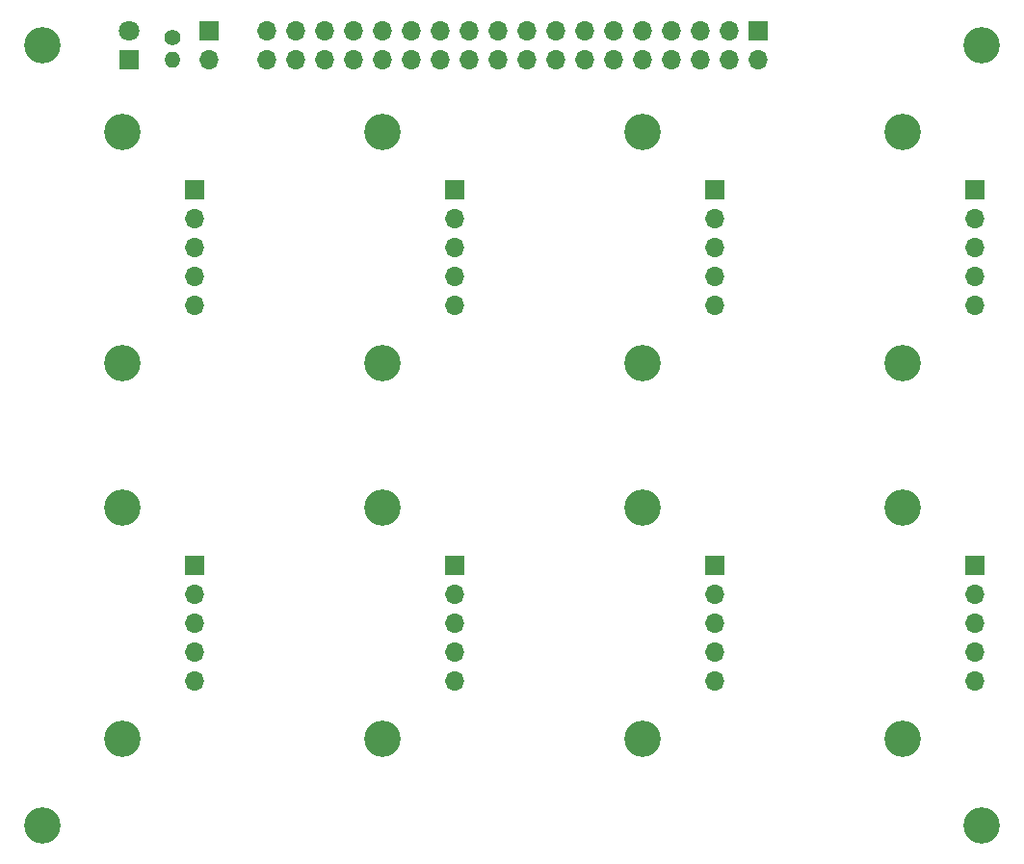
<source format=gbr>
%TF.GenerationSoftware,KiCad,Pcbnew,(5.1.10)-1*%
%TF.CreationDate,2021-11-06T18:09:33+11:00*%
%TF.ProjectId,pannel_subboard,70616e6e-656c-45f7-9375-62626f617264,rev?*%
%TF.SameCoordinates,Original*%
%TF.FileFunction,Soldermask,Top*%
%TF.FilePolarity,Negative*%
%FSLAX46Y46*%
G04 Gerber Fmt 4.6, Leading zero omitted, Abs format (unit mm)*
G04 Created by KiCad (PCBNEW (5.1.10)-1) date 2021-11-06 18:09:33*
%MOMM*%
%LPD*%
G01*
G04 APERTURE LIST*
%ADD10R,1.700000X1.700000*%
%ADD11O,1.700000X1.700000*%
%ADD12C,1.400000*%
%ADD13O,1.400000X1.400000*%
%ADD14R,1.800000X1.800000*%
%ADD15C,1.800000*%
%ADD16C,3.200000*%
G04 APERTURE END LIST*
D10*
%TO.C,J10*%
X139065000Y-60375000D03*
D11*
X139065000Y-62915000D03*
X136525000Y-60375000D03*
X136525000Y-62915000D03*
X133985000Y-60375000D03*
X133985000Y-62915000D03*
X131445000Y-60375000D03*
X131445000Y-62915000D03*
X128905000Y-60375000D03*
X128905000Y-62915000D03*
X126365000Y-60375000D03*
X126365000Y-62915000D03*
X123825000Y-60375000D03*
X123825000Y-62915000D03*
X121285000Y-60375000D03*
X121285000Y-62915000D03*
X118745000Y-60375000D03*
X118745000Y-62915000D03*
X116205000Y-60375000D03*
X116205000Y-62915000D03*
X113665000Y-60375000D03*
X113665000Y-62915000D03*
X111125000Y-60375000D03*
X111125000Y-62915000D03*
X108585000Y-60375000D03*
X108585000Y-62915000D03*
X106045000Y-60375000D03*
X106045000Y-62915000D03*
X103505000Y-60375000D03*
X103505000Y-62915000D03*
X100965000Y-60375000D03*
X100965000Y-62915000D03*
X98425000Y-60375000D03*
X98425000Y-62915000D03*
X95885000Y-60375000D03*
X95885000Y-62915000D03*
%TD*%
D12*
%TO.C,R1*%
X87630000Y-61010000D03*
D13*
X87630000Y-62910000D03*
%TD*%
D10*
%TO.C,J9*%
X158115000Y-107365000D03*
D11*
X158115000Y-109905000D03*
X158115000Y-112445000D03*
X158115000Y-114985000D03*
X158115000Y-117525000D03*
%TD*%
D10*
%TO.C,J8*%
X112395000Y-107365000D03*
D11*
X112395000Y-109905000D03*
X112395000Y-112445000D03*
X112395000Y-114985000D03*
X112395000Y-117525000D03*
%TD*%
D10*
%TO.C,J7*%
X158115000Y-74345000D03*
D11*
X158115000Y-76885000D03*
X158115000Y-79425000D03*
X158115000Y-81965000D03*
X158115000Y-84505000D03*
%TD*%
D10*
%TO.C,J6*%
X112395000Y-74345000D03*
D11*
X112395000Y-76885000D03*
X112395000Y-79425000D03*
X112395000Y-81965000D03*
X112395000Y-84505000D03*
%TD*%
D10*
%TO.C,J5*%
X135255000Y-107365000D03*
D11*
X135255000Y-109905000D03*
X135255000Y-112445000D03*
X135255000Y-114985000D03*
X135255000Y-117525000D03*
%TD*%
D10*
%TO.C,J4*%
X89535000Y-107365000D03*
D11*
X89535000Y-109905000D03*
X89535000Y-112445000D03*
X89535000Y-114985000D03*
X89535000Y-117525000D03*
%TD*%
D10*
%TO.C,J3*%
X135255000Y-74345000D03*
D11*
X135255000Y-76885000D03*
X135255000Y-79425000D03*
X135255000Y-81965000D03*
X135255000Y-84505000D03*
%TD*%
D10*
%TO.C,J2*%
X89535000Y-74345000D03*
D11*
X89535000Y-76885000D03*
X89535000Y-79425000D03*
X89535000Y-81965000D03*
X89535000Y-84505000D03*
%TD*%
D10*
%TO.C,J1*%
X90805000Y-60375000D03*
D11*
X90805000Y-62915000D03*
%TD*%
D14*
%TO.C,D1*%
X83820000Y-62915000D03*
D15*
X83820000Y-60375000D03*
%TD*%
D16*
%TO.C,REF\u002A\u002A*%
X158750000Y-130225000D03*
%TD*%
%TO.C,REF\u002A\u002A*%
X158750000Y-61630000D03*
%TD*%
%TO.C,REF\u002A\u002A*%
X76200000Y-130225000D03*
%TD*%
%TO.C,REF\u002A\u002A*%
X76200000Y-61645000D03*
%TD*%
%TO.C,REF\u002A\u002A*%
X128905000Y-122605000D03*
%TD*%
%TO.C,REF\u002A\u002A*%
X128905000Y-102285000D03*
%TD*%
%TO.C,REF\u002A\u002A*%
X106045000Y-122605000D03*
%TD*%
%TO.C,REF\u002A\u002A*%
X106045000Y-102285000D03*
%TD*%
%TO.C,REF\u002A\u002A*%
X128905000Y-89585000D03*
%TD*%
%TO.C,REF\u002A\u002A*%
X128905000Y-69265000D03*
%TD*%
%TO.C,REF\u002A\u002A*%
X106045000Y-89585000D03*
%TD*%
%TO.C,REF\u002A\u002A*%
X106045000Y-69265000D03*
%TD*%
%TO.C,REF\u002A\u002A*%
X151765000Y-89585000D03*
%TD*%
%TO.C,REF\u002A\u002A*%
X151765000Y-69265000D03*
%TD*%
%TO.C,REF\u002A\u002A*%
X151765000Y-122605000D03*
%TD*%
%TO.C,REF\u002A\u002A*%
X151765000Y-102285000D03*
%TD*%
%TO.C,REF\u002A\u002A*%
X83185000Y-122605000D03*
%TD*%
%TO.C,REF\u002A\u002A*%
X83185000Y-102285000D03*
%TD*%
%TO.C,REF\u002A\u002A*%
X83185000Y-89585000D03*
%TD*%
%TO.C,REF\u002A\u002A*%
X83185000Y-69265000D03*
%TD*%
M02*

</source>
